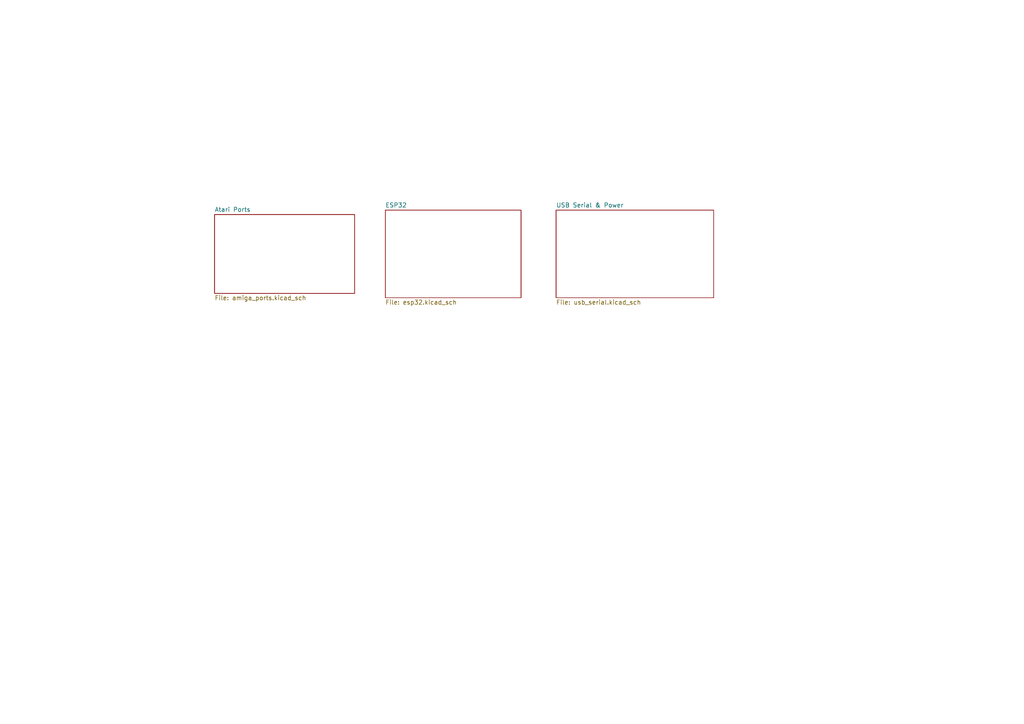
<source format=kicad_sch>
(kicad_sch (version 20230121) (generator eeschema)
  (paper "A4")
  (title_block (title "Unijoysticle 2 XL800") (date "2023-06-16") (rev "A") (company "Ricardo Quesada"))
  (lib_symbols)
  (sheet (at 62.23 62.23) (size 40.64 22.86) (stroke (width 0.1524))
    (property "Sheetname" "Atari Ports" (at 62.23 61.5184 0) (effects (justify left bottom)))
    (property "Sheetfile" "amiga_ports.kicad_sch" (at 62.23 85.6746 0) (effects (justify left top)))
  )
  (sheet (at 111.76 60.96) (size 39.37 25.4) (stroke (width 0.1524))
    (property "Sheetname" "ESP32" (at 111.76 60.2484 0) (effects (justify left bottom)))
    (property "Sheetfile" "esp32.kicad_sch" (at 111.76 86.9446 0) (effects (justify left top)))
  )
  (sheet (at 161.29 60.96) (size 45.72 25.4) (stroke (width 0.1524))
    (property "Sheetname" "USB Serial & Power" (at 161.29 60.2484 0) (effects (justify left bottom)))
    (property "Sheetfile" "usb_serial.kicad_sch" (at 161.29 86.9446 0) (effects (justify left top)))
  )
)
</source>
